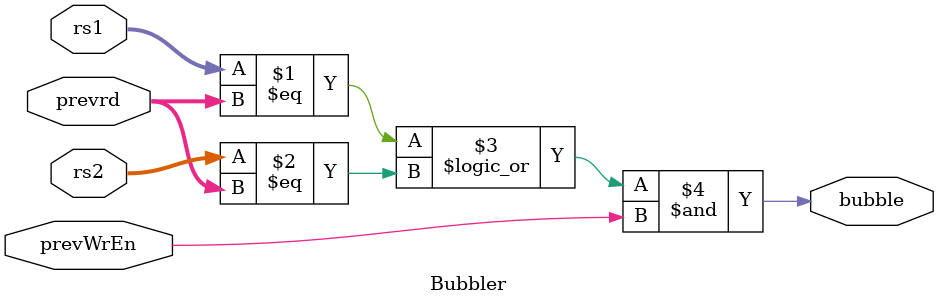
<source format=v>
module Bubbler(prevWrEn, rs1, rs2, prevrd, bubble);
	input prevWrEn;
	input[3:0] rs1, rs2, prevrd;
	
	output bubble;
	
	assign bubble = ((rs1 == prevrd)||(rs2 == prevrd))&prevWrEn;
endmodule
</source>
